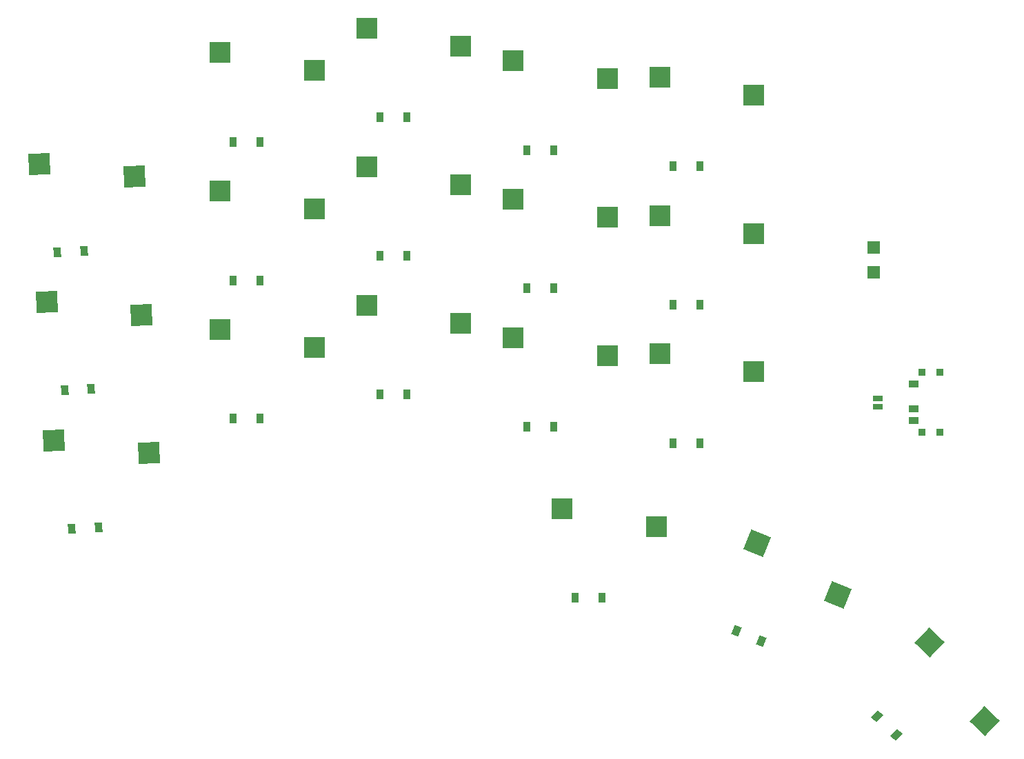
<source format=gbr>
%TF.GenerationSoftware,KiCad,Pcbnew,(6.0.4-0)*%
%TF.CreationDate,2022-05-03T20:10:54+08:00*%
%TF.ProjectId,board,626f6172-642e-46b6-9963-61645f706362,v1.0.0*%
%TF.SameCoordinates,Original*%
%TF.FileFunction,Paste,Bot*%
%TF.FilePolarity,Positive*%
%FSLAX46Y46*%
G04 Gerber Fmt 4.6, Leading zero omitted, Abs format (unit mm)*
G04 Created by KiCad (PCBNEW (6.0.4-0)) date 2022-05-03 20:10:54*
%MOMM*%
%LPD*%
G01*
G04 APERTURE LIST*
G04 Aperture macros list*
%AMRotRect*
0 Rectangle, with rotation*
0 The origin of the aperture is its center*
0 $1 length*
0 $2 width*
0 $3 Rotation angle, in degrees counterclockwise*
0 Add horizontal line*
21,1,$1,$2,0,0,$3*%
G04 Aperture macros list end*
%ADD10R,0.900000X1.200000*%
%ADD11RotRect,0.900000X1.200000X338.000000*%
%ADD12RotRect,2.600000X2.600000X3.000000*%
%ADD13R,1.500000X1.500000*%
%ADD14R,2.600000X2.600000*%
%ADD15RotRect,0.900000X1.200000X316.000000*%
%ADD16RotRect,0.900000X1.200000X3.000000*%
%ADD17R,0.900000X0.900000*%
%ADD18R,1.250000X0.900000*%
%ADD19RotRect,2.600000X2.600000X338.000000*%
%ADD20R,1.143000X0.635000*%
%ADD21RotRect,2.600000X2.600000X316.000000*%
G04 APERTURE END LIST*
D10*
%TO.C,D14*%
X111820000Y-60530000D03*
X115120000Y-60530000D03*
%TD*%
D11*
%TO.C,D17*%
X119582984Y-100604791D03*
X122642690Y-101840993D03*
%TD*%
D10*
%TO.C,D15*%
X111820000Y-43530000D03*
X115120000Y-43530000D03*
%TD*%
D12*
%TO.C,S1*%
X35788089Y-77175998D03*
X47437400Y-78768502D03*
%TD*%
D13*
%TO.C,PAD1*%
X136470000Y-56530000D03*
%TD*%
D14*
%TO.C,S11*%
X92195000Y-47580000D03*
X103745000Y-49780000D03*
%TD*%
D15*
%TO.C,D18*%
X136848108Y-111066099D03*
X139221930Y-113358471D03*
%TD*%
D14*
%TO.C,S7*%
X74195000Y-60580000D03*
X85745000Y-62780000D03*
%TD*%
%TO.C,S13*%
X110195000Y-66580000D03*
X121745000Y-68780000D03*
%TD*%
D16*
%TO.C,D1*%
X37980615Y-88025945D03*
X41276093Y-87853237D03*
%TD*%
D14*
%TO.C,S8*%
X74195000Y-43580000D03*
X85745000Y-45780000D03*
%TD*%
%TO.C,S10*%
X92195000Y-64580000D03*
X103745000Y-66780000D03*
%TD*%
D10*
%TO.C,D16*%
X99820000Y-96530000D03*
X103120000Y-96530000D03*
%TD*%
D14*
%TO.C,S6*%
X56195000Y-29580000D03*
X67745000Y-31780000D03*
%TD*%
D16*
%TO.C,D3*%
X36201192Y-54072540D03*
X39496670Y-53899832D03*
%TD*%
D14*
%TO.C,S9*%
X74195000Y-26580000D03*
X85745000Y-28780000D03*
%TD*%
%TO.C,S15*%
X110195000Y-32580000D03*
X121745000Y-34780000D03*
%TD*%
D10*
%TO.C,D6*%
X57820000Y-40530000D03*
X61120000Y-40530000D03*
%TD*%
D14*
%TO.C,S5*%
X56195000Y-46580000D03*
X67745000Y-48780000D03*
%TD*%
D10*
%TO.C,D9*%
X75820000Y-37530000D03*
X79120000Y-37530000D03*
%TD*%
D16*
%TO.C,D2*%
X37090904Y-71049243D03*
X40386382Y-70876535D03*
%TD*%
D12*
%TO.C,S2*%
X34895052Y-60199296D03*
X46544363Y-61791800D03*
%TD*%
D17*
%TO.C,T2*%
X144570000Y-76230000D03*
X144570000Y-68830000D03*
X142370000Y-68830000D03*
X142370000Y-76230000D03*
D18*
X141395000Y-70280000D03*
X141395000Y-73280000D03*
X141395000Y-74780000D03*
%TD*%
D14*
%TO.C,S16*%
X98195000Y-85580000D03*
X109745000Y-87780000D03*
%TD*%
D12*
%TO.C,S3*%
X34005341Y-43222594D03*
X45654652Y-44815098D03*
%TD*%
D19*
%TO.C,S17*%
X122178252Y-89843392D03*
X132063091Y-96209903D03*
%TD*%
D10*
%TO.C,D12*%
X93820000Y-41530000D03*
X97120000Y-41530000D03*
%TD*%
%TO.C,D8*%
X75820000Y-54530000D03*
X79120000Y-54530000D03*
%TD*%
%TO.C,D13*%
X111820000Y-77530000D03*
X115120000Y-77530000D03*
%TD*%
D14*
%TO.C,S4*%
X56195000Y-63580000D03*
X67745000Y-65780000D03*
%TD*%
D10*
%TO.C,D10*%
X93820000Y-75530000D03*
X97120000Y-75530000D03*
%TD*%
%TO.C,D5*%
X57820000Y-57530000D03*
X61120000Y-57530000D03*
%TD*%
%TO.C,D7*%
X75820000Y-71530000D03*
X79120000Y-71530000D03*
%TD*%
D14*
%TO.C,S14*%
X110195000Y-49580000D03*
X121745000Y-51780000D03*
%TD*%
D10*
%TO.C,D11*%
X93820000Y-58530000D03*
X97120000Y-58530000D03*
%TD*%
D20*
%TO.C,J1*%
X136970000Y-72029620D03*
X136970000Y-73030380D03*
%TD*%
D21*
%TO.C,S18*%
X143285690Y-102060508D03*
X150065817Y-111666360D03*
%TD*%
D13*
%TO.C,PAD2*%
X136470000Y-53530000D03*
%TD*%
D14*
%TO.C,S12*%
X92195000Y-30580000D03*
X103745000Y-32780000D03*
%TD*%
D10*
%TO.C,D4*%
X57820000Y-74530000D03*
X61120000Y-74530000D03*
%TD*%
M02*

</source>
